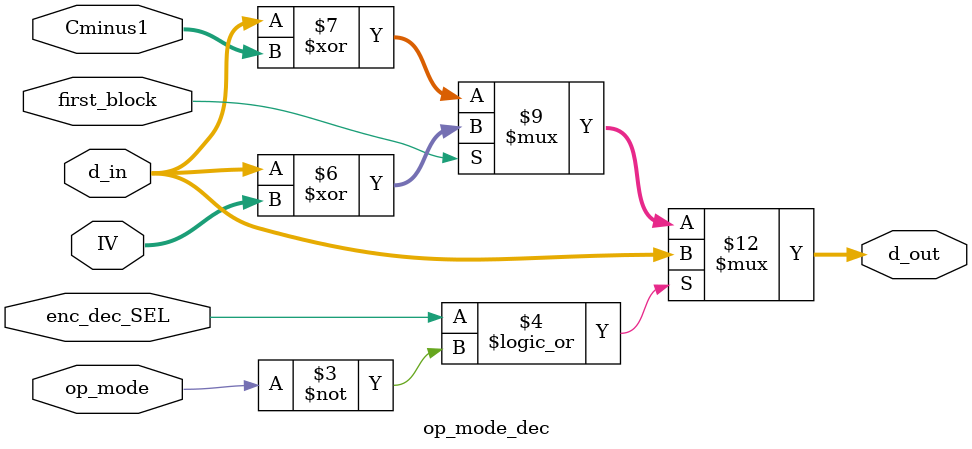
<source format=v>
/********************************************************************************************************
*********************************************************************************************************
Zynq-7000 based Implementation of the KHAZAD Block Cipher
Yossef Shitzer & Efraim Wasserman
Jerusalem College of Technology - Lev Academic Center (JCT)
Department of electrical and electronic engineering
2018
*********************************************************************************************************
*********************************************************************************************************
This module implements the post-KHAZAD calculation needs to be done for CBC-mode decryption: XOR with the 
Initialization Vector (IV) for first_block = 1, or with the last cipher input (Cminus1) for first_block = 0.
For CBC-mode encryption and for ECB-mode, this module does nothing.
*********************************************************************************************************
*********************************************************************************************************/
module op_mode_dec
(
  input				op_mode		,   // 0: ECB  1:CBC
  input  	 [63:0] d_in		,
  input  	 [63:0] Cminus1		,
  input 	 [63:0] IV			,
  input	 	 	    enc_dec_SEL	,   // 0: dec  1: enc
  input  			first_block	,
  output reg [63:0] d_out
);

always @(*)
begin
	if ((enc_dec_SEL == 1)||(op_mode == 0))  // for encryption and for ECB-mode do nothing
		d_out <= d_in;
	else									 // for CBC-mode decryption
		begin
			if (first_block == 1)
				d_out <= d_in ^ IV;
			else
				d_out <= d_in ^ Cminus1;
		end
end

endmodule
</source>
